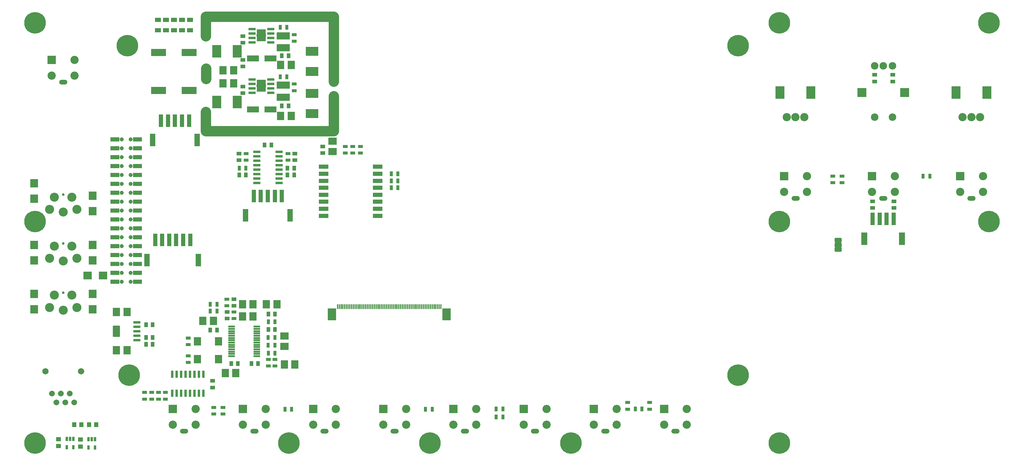
<source format=gbs>
G04*
G04 #@! TF.GenerationSoftware,Altium Limited,Altium Designer,21.7.1 (17)*
G04*
G04 Layer_Color=16711935*
%FSLAX25Y25*%
%MOIN*%
G70*
G04*
G04 #@! TF.SameCoordinates,4C4A95DF-11EF-4B83-83A5-CF7285FCABA4*
G04*
G04*
G04 #@! TF.FilePolarity,Negative*
G04*
G01*
G75*
%ADD15C,0.02953*%
%ADD16C,0.10158*%
G04:AMPARAMS|DCode=17|XSize=124.02mil|YSize=64.96mil|CornerRadius=17.72mil|HoleSize=0mil|Usage=FLASHONLY|Rotation=90.000|XOffset=0mil|YOffset=0mil|HoleType=Round|Shape=RoundedRectangle|*
%AMROUNDEDRECTD17*
21,1,0.12402,0.02953,0,0,90.0*
21,1,0.08858,0.06496,0,0,90.0*
1,1,0.03543,0.01476,0.04429*
1,1,0.03543,0.01476,-0.04429*
1,1,0.03543,-0.01476,-0.04429*
1,1,0.03543,-0.01476,0.04429*
%
%ADD17ROUNDEDRECTD17*%
%ADD18C,0.10827*%
G04:AMPARAMS|DCode=19|XSize=124.02mil|YSize=64.96mil|CornerRadius=17.72mil|HoleSize=0mil|Usage=FLASHONLY|Rotation=0.000|XOffset=0mil|YOffset=0mil|HoleType=Round|Shape=RoundedRectangle|*
%AMROUNDEDRECTD19*
21,1,0.12402,0.02953,0,0,0.0*
21,1,0.08858,0.06496,0,0,0.0*
1,1,0.03543,0.04429,-0.01476*
1,1,0.03543,-0.04429,-0.01476*
1,1,0.03543,-0.04429,0.01476*
1,1,0.03543,0.04429,0.01476*
%
%ADD19ROUNDEDRECTD19*%
%ADD20R,0.10433X0.14370*%
%ADD21C,0.09252*%
%ADD22R,0.09252X0.09252*%
%ADD23O,0.09252X0.05315*%
%ADD24C,0.07146*%
%ADD25C,0.06532*%
%ADD26C,0.04528*%
%ADD27C,0.24213*%
%ADD28C,0.08465*%
%ADD29R,0.10433X0.10433*%
%ADD53R,0.07835X0.09173*%
%ADD109C,0.11811*%
%ADD110R,0.05709X0.03347*%
%ADD111R,0.04528X0.14370*%
%ADD112R,0.06890X0.14370*%
%ADD113R,0.13189X0.06890*%
%ADD114R,0.09055X0.09252*%
G04:AMPARAMS|DCode=115|XSize=79.53mil|YSize=51.97mil|CornerRadius=10.24mil|HoleSize=0mil|Usage=FLASHONLY|Rotation=180.000|XOffset=0mil|YOffset=0mil|HoleType=Round|Shape=RoundedRectangle|*
%AMROUNDEDRECTD115*
21,1,0.07953,0.03150,0,0,180.0*
21,1,0.05906,0.05197,0,0,180.0*
1,1,0.02047,-0.02953,0.01575*
1,1,0.02047,0.02953,0.01575*
1,1,0.02047,0.02953,-0.01575*
1,1,0.02047,-0.02953,-0.01575*
%
%ADD115ROUNDEDRECTD115*%
%ADD116R,0.06496X0.13976*%
%ADD117R,0.04528X0.14370*%
%ADD118R,0.10827X0.04921*%
%ADD119R,0.13976X0.10039*%
%ADD120R,0.10039X0.13976*%
%ADD121R,0.08465X0.09252*%
%ADD122R,0.09252X0.08465*%
%ADD123R,0.06890X0.04528*%
%ADD124R,0.08465X0.02953*%
%ADD125R,0.10079X0.13583*%
%ADD126R,0.05709X0.04134*%
%ADD127R,0.03347X0.05709*%
%ADD128R,0.04134X0.05709*%
%ADD129R,0.14764X0.08465*%
%ADD130R,0.07677X0.02165*%
%ADD131R,0.10039X0.04528*%
%ADD132R,0.02953X0.04528*%
%ADD133R,0.05512X0.04528*%
%ADD134R,0.04528X0.05512*%
%ADD135R,0.16535X0.08268*%
%ADD136R,0.02953X0.08465*%
%ADD137R,0.01772X0.05315*%
G04:AMPARAMS|DCode=138|XSize=129.92mil|YSize=76.77mil|CornerRadius=5.08mil|HoleSize=0mil|Usage=FLASHONLY|Rotation=90.000|XOffset=0mil|YOffset=0mil|HoleType=Round|Shape=RoundedRectangle|*
%AMROUNDEDRECTD138*
21,1,0.12992,0.06661,0,0,90.0*
21,1,0.11976,0.07677,0,0,90.0*
1,1,0.01016,0.03331,0.05988*
1,1,0.01016,0.03331,-0.05988*
1,1,0.01016,-0.03331,-0.05988*
1,1,0.01016,-0.03331,0.05988*
%
%ADD138ROUNDEDRECTD138*%
G04:AMPARAMS|DCode=139|XSize=29.53mil|YSize=76.77mil|CornerRadius=4.96mil|HoleSize=0mil|Usage=FLASHONLY|Rotation=90.000|XOffset=0mil|YOffset=0mil|HoleType=Round|Shape=RoundedRectangle|*
%AMROUNDEDRECTD139*
21,1,0.02953,0.06685,0,0,90.0*
21,1,0.01961,0.07677,0,0,90.0*
1,1,0.00992,0.03343,0.00980*
1,1,0.00992,0.03343,-0.00980*
1,1,0.00992,-0.03343,-0.00980*
1,1,0.00992,-0.03343,0.00980*
%
%ADD139ROUNDEDRECTD139*%
%ADD140R,0.09252X0.13583*%
%ADD141R,0.09252X0.09055*%
D15*
X47244Y295276D02*
D03*
Y240158D02*
D03*
Y185039D02*
D03*
D16*
X31890Y278543D02*
D03*
X37402Y292323D02*
D03*
X57087D02*
D03*
X62598Y278543D02*
D03*
X47244Y275590D02*
D03*
X31890Y223425D02*
D03*
X37402Y237205D02*
D03*
X57087D02*
D03*
X62598Y223425D02*
D03*
X47244Y220472D02*
D03*
X31890Y168307D02*
D03*
X37402Y182087D02*
D03*
X57087D02*
D03*
X62598Y168307D02*
D03*
X47244Y165354D02*
D03*
D17*
X351008Y382839D02*
D03*
Y430903D02*
D03*
X207450D02*
D03*
X351008Y478968D02*
D03*
X207450D02*
D03*
Y382839D02*
D03*
D18*
X269791Y474094D02*
D03*
Y417574D02*
D03*
D19*
X221820Y495306D02*
D03*
X337032D02*
D03*
X221820Y366500D02*
D03*
X337032D02*
D03*
D20*
X1084291Y409882D02*
D03*
X1049646D02*
D03*
X852106D02*
D03*
X886752D02*
D03*
D21*
X1066969Y382323D02*
D03*
X1057126D02*
D03*
X1076811D02*
D03*
X879272D02*
D03*
X859587D02*
D03*
X869429D02*
D03*
X59995Y446658D02*
D03*
X59996Y428942D02*
D03*
X34404D02*
D03*
X747441Y54134D02*
D03*
X747441Y36417D02*
D03*
X721850D02*
D03*
X668645Y54134D02*
D03*
X668645Y36417D02*
D03*
X643054D02*
D03*
X589848Y54134D02*
D03*
X589849Y36417D02*
D03*
X564257D02*
D03*
X511052Y54134D02*
D03*
X511052Y36417D02*
D03*
X485461D02*
D03*
X432255Y54134D02*
D03*
X432256Y36417D02*
D03*
X406664D02*
D03*
X327868D02*
D03*
X353459D02*
D03*
X353459Y54134D02*
D03*
X249072Y36417D02*
D03*
X274663D02*
D03*
X274663Y54134D02*
D03*
X170275Y36417D02*
D03*
X195867D02*
D03*
X195866Y54134D02*
D03*
X856692Y298236D02*
D03*
X882284D02*
D03*
X882283Y315953D02*
D03*
X1079823D02*
D03*
X1079823Y298236D02*
D03*
X1054232D02*
D03*
X980905Y315953D02*
D03*
X980906Y298236D02*
D03*
X955315D02*
D03*
D22*
X34405Y446658D02*
D03*
X721850Y54134D02*
D03*
X643054D02*
D03*
X564258D02*
D03*
X485461D02*
D03*
X406665D02*
D03*
X327868D02*
D03*
X249072D02*
D03*
X170276D02*
D03*
X856693Y315953D02*
D03*
X1054232D02*
D03*
X955315D02*
D03*
D23*
X47200Y421658D02*
D03*
X734646Y29134D02*
D03*
X655849D02*
D03*
X577053D02*
D03*
X498256D02*
D03*
X419460D02*
D03*
X340664D02*
D03*
X261867D02*
D03*
X183071D02*
D03*
X869488Y290953D02*
D03*
X1067027D02*
D03*
X968110D02*
D03*
D24*
X67200Y96583D02*
D03*
X27200D02*
D03*
D25*
X34700Y71583D02*
D03*
X39700Y61583D02*
D03*
X44700Y71583D02*
D03*
X49700Y61583D02*
D03*
X54700Y71583D02*
D03*
X59700Y61583D02*
D03*
D26*
X112925Y357095D02*
D03*
X122925D02*
D03*
X112925Y347094D02*
D03*
X122925D02*
D03*
X112925Y337094D02*
D03*
X122925D02*
D03*
X112925Y327095D02*
D03*
X122925D02*
D03*
X112925Y317094D02*
D03*
X122925D02*
D03*
X112925Y307095D02*
D03*
X122925D02*
D03*
X112925Y297094D02*
D03*
X122925D02*
D03*
X112925Y287094D02*
D03*
X122925D02*
D03*
X112925Y277095D02*
D03*
X122925D02*
D03*
X112925Y267094D02*
D03*
X122925D02*
D03*
X112925Y257095D02*
D03*
X122925D02*
D03*
X112925Y247094D02*
D03*
X122925D02*
D03*
X112925Y237094D02*
D03*
X122925D02*
D03*
X112925Y227095D02*
D03*
Y217094D02*
D03*
X122925D02*
D03*
X112925Y207095D02*
D03*
X122925D02*
D03*
X112925Y197095D02*
D03*
X122925D02*
D03*
Y227095D02*
D03*
D27*
X119409Y462598D02*
D03*
X804961D02*
D03*
Y92244D02*
D03*
X121417Y92126D02*
D03*
X15800Y264900D02*
D03*
X1086600D02*
D03*
X851200Y488200D02*
D03*
Y264900D02*
D03*
X458900Y15800D02*
D03*
X300500D02*
D03*
X617300D02*
D03*
X851200D02*
D03*
X15800D02*
D03*
Y488200D02*
D03*
X1086600D02*
D03*
D28*
X958346Y439882D02*
D03*
X967953Y439872D02*
D03*
X978347Y439882D02*
D03*
X958346Y382382D02*
D03*
X978347D02*
D03*
D29*
X943937Y409882D02*
D03*
X991969D02*
D03*
D53*
X221550Y130300D02*
D03*
X197850D02*
D03*
X221550Y110300D02*
D03*
X197850D02*
D03*
D109*
X207450Y366500D02*
Y388400D01*
X207491Y425100D02*
Y436800D01*
X207450Y473300D02*
Y495306D01*
Y495306D02*
X351008Y495306D01*
Y366500D02*
Y405800D01*
X207450Y366500D02*
X351008Y366500D01*
Y436800D02*
Y495306D01*
X351049Y422100D02*
Y436800D01*
D110*
X284900Y110040D02*
D03*
Y102560D02*
D03*
X277500Y110040D02*
D03*
Y102560D02*
D03*
X187800Y126560D02*
D03*
Y134040D02*
D03*
X306791Y419540D02*
D03*
Y412060D02*
D03*
Y467560D02*
D03*
Y475040D02*
D03*
X161900Y72840D02*
D03*
Y65360D02*
D03*
X138800D02*
D03*
Y72840D02*
D03*
X154200D02*
D03*
Y65360D02*
D03*
X146500D02*
D03*
Y72840D02*
D03*
X216168Y55935D02*
D03*
Y48455D02*
D03*
X911282Y316000D02*
D03*
Y308520D02*
D03*
X680994Y61440D02*
D03*
Y53960D02*
D03*
X226700Y48560D02*
D03*
Y56040D02*
D03*
X921518Y308520D02*
D03*
Y316000D02*
D03*
X705600Y53960D02*
D03*
Y61440D02*
D03*
X239009Y163225D02*
D03*
Y155745D02*
D03*
X231135Y177694D02*
D03*
Y170213D02*
D03*
X187800Y114040D02*
D03*
Y106560D02*
D03*
X252600Y333860D02*
D03*
Y341340D02*
D03*
X299800D02*
D03*
Y333860D02*
D03*
X380900Y341860D02*
D03*
Y349340D02*
D03*
X372450D02*
D03*
Y341860D02*
D03*
X364000D02*
D03*
Y349340D02*
D03*
D111*
X979671Y267941D02*
D03*
X971797D02*
D03*
X963923D02*
D03*
X956049D02*
D03*
D112*
X946600Y245500D02*
D03*
X989120D02*
D03*
D113*
X260348Y390900D02*
D03*
X280033D02*
D03*
Y448200D02*
D03*
X260348D02*
D03*
D114*
X14800Y290539D02*
D03*
Y307861D02*
D03*
X80315Y276673D02*
D03*
Y293996D02*
D03*
X14800Y221358D02*
D03*
Y238681D02*
D03*
X80315Y221358D02*
D03*
Y238681D02*
D03*
X14764Y183465D02*
D03*
Y166142D02*
D03*
X80315Y183465D02*
D03*
Y166142D02*
D03*
D115*
X917400Y243818D02*
D03*
Y238700D02*
D03*
Y233582D02*
D03*
D116*
X141263Y221481D02*
D03*
X199137D02*
D03*
X302000Y271781D02*
D03*
X252000D02*
D03*
X197800Y356481D02*
D03*
X147800D02*
D03*
D117*
X150515Y244119D02*
D03*
X158389Y244119D02*
D03*
X166263D02*
D03*
X189885D02*
D03*
X182011D02*
D03*
X174137D02*
D03*
X292748Y293632D02*
D03*
X284874D02*
D03*
X277000D02*
D03*
X269126D02*
D03*
X261252D02*
D03*
X188548Y378331D02*
D03*
X180674D02*
D03*
X172800D02*
D03*
X164926D02*
D03*
X157052D02*
D03*
D118*
X339785Y271341D02*
D03*
Y279215D02*
D03*
Y287089D02*
D03*
Y294963D02*
D03*
Y302837D02*
D03*
Y310711D02*
D03*
Y318585D02*
D03*
Y326459D02*
D03*
X400415D02*
D03*
Y318585D02*
D03*
Y310711D02*
D03*
Y302837D02*
D03*
Y294963D02*
D03*
Y287089D02*
D03*
Y279215D02*
D03*
Y271341D02*
D03*
D119*
X326807Y408917D02*
D03*
Y386083D02*
D03*
X326791Y456317D02*
D03*
Y433483D02*
D03*
D120*
X242617Y456200D02*
D03*
X219783D02*
D03*
Y399200D02*
D03*
X242617D02*
D03*
D121*
X226769Y420400D02*
D03*
X238580D02*
D03*
Y434800D02*
D03*
X226769D02*
D03*
X291410Y383716D02*
D03*
X303222D02*
D03*
X295569Y104400D02*
D03*
X307380D02*
D03*
X248654Y171887D02*
D03*
X260465D02*
D03*
X229269Y94600D02*
D03*
X241080D02*
D03*
X248654Y158402D02*
D03*
X260465D02*
D03*
X215842Y153383D02*
D03*
X204031D02*
D03*
X275426Y171887D02*
D03*
X287237D02*
D03*
X291410Y440800D02*
D03*
X303222D02*
D03*
X118831Y163400D02*
D03*
X107020D02*
D03*
Y120100D02*
D03*
X118831D02*
D03*
D122*
X295603Y136355D02*
D03*
Y124544D02*
D03*
X349600Y343569D02*
D03*
Y355380D02*
D03*
D123*
X153600Y479795D02*
D03*
Y491606D02*
D03*
X162575D02*
D03*
Y479795D02*
D03*
X171550D02*
D03*
Y491606D02*
D03*
X180525D02*
D03*
Y479795D02*
D03*
X189500D02*
D03*
Y491606D02*
D03*
D124*
X259161Y466200D02*
D03*
Y471200D02*
D03*
Y476200D02*
D03*
Y481200D02*
D03*
X280421D02*
D03*
Y476200D02*
D03*
Y471200D02*
D03*
Y466200D02*
D03*
Y409680D02*
D03*
Y414680D02*
D03*
Y419680D02*
D03*
Y424680D02*
D03*
X259161D02*
D03*
Y419680D02*
D03*
Y414680D02*
D03*
Y409680D02*
D03*
X264613Y328095D02*
D03*
Y333096D02*
D03*
X289613D02*
D03*
Y328095D02*
D03*
X264613Y338095D02*
D03*
Y343096D02*
D03*
X289613D02*
D03*
Y338095D02*
D03*
X264613Y308095D02*
D03*
Y313096D02*
D03*
X289613D02*
D03*
Y308095D02*
D03*
X264613Y318095D02*
D03*
Y323096D02*
D03*
X289613D02*
D03*
Y318095D02*
D03*
D125*
X269791Y474094D02*
D03*
Y417574D02*
D03*
D126*
X248991Y439260D02*
D03*
Y446740D02*
D03*
Y416640D02*
D03*
Y409160D02*
D03*
Y465760D02*
D03*
Y473240D02*
D03*
X958300Y429840D02*
D03*
Y422360D02*
D03*
X978642Y422381D02*
D03*
Y429861D02*
D03*
X979900Y280260D02*
D03*
Y287740D02*
D03*
X956100D02*
D03*
Y280260D02*
D03*
X231233Y163225D02*
D03*
Y155745D02*
D03*
X238910Y177694D02*
D03*
Y170213D02*
D03*
X244500Y333860D02*
D03*
Y341340D02*
D03*
X307200D02*
D03*
Y333860D02*
D03*
X338500Y349340D02*
D03*
Y341860D02*
D03*
X215100Y85840D02*
D03*
Y78360D02*
D03*
D127*
X290851Y483100D02*
D03*
X298331D02*
D03*
Y427600D02*
D03*
X290851D02*
D03*
X461540Y54000D02*
D03*
X454060D02*
D03*
X540840Y54300D02*
D03*
X533360D02*
D03*
X689655Y54353D02*
D03*
X697135D02*
D03*
X533360Y45200D02*
D03*
X540840D02*
D03*
X296260Y54000D02*
D03*
X303740D02*
D03*
X1020258Y315935D02*
D03*
X1012778D02*
D03*
X284973Y116965D02*
D03*
X277493D02*
D03*
X219816Y171887D02*
D03*
X212335D02*
D03*
Y164209D02*
D03*
X219816D02*
D03*
X277395Y125784D02*
D03*
X284875D02*
D03*
Y134603D02*
D03*
X277395D02*
D03*
X284973Y152241D02*
D03*
X277493D02*
D03*
X252340Y324800D02*
D03*
X244860D02*
D03*
X415660Y318600D02*
D03*
X423140D02*
D03*
Y310700D02*
D03*
X415660D02*
D03*
Y302800D02*
D03*
X423140D02*
D03*
D128*
X300231Y451300D02*
D03*
X292751D02*
D03*
X300231Y395000D02*
D03*
X292751D02*
D03*
X258595Y105253D02*
D03*
X266076D02*
D03*
X243340Y105200D02*
D03*
X235860D02*
D03*
X219816Y143048D02*
D03*
X212335D02*
D03*
X284973Y161060D02*
D03*
X277493D02*
D03*
X284973Y143422D02*
D03*
X277493D02*
D03*
X299060Y324800D02*
D03*
X306540D02*
D03*
Y317300D02*
D03*
X299060D02*
D03*
X252340D02*
D03*
X244860D02*
D03*
X280840Y351000D02*
D03*
X273360D02*
D03*
X140160Y149000D02*
D03*
X147640D02*
D03*
Y134700D02*
D03*
X140160D02*
D03*
Y126800D02*
D03*
X147640D02*
D03*
D129*
X294391Y404707D02*
D03*
Y418093D02*
D03*
Y460207D02*
D03*
Y473593D02*
D03*
D130*
X236154Y113521D02*
D03*
Y116079D02*
D03*
Y118639D02*
D03*
Y121198D02*
D03*
Y123757D02*
D03*
Y126316D02*
D03*
Y128875D02*
D03*
Y131434D02*
D03*
Y133993D02*
D03*
Y136552D02*
D03*
Y139111D02*
D03*
Y141670D02*
D03*
Y144229D02*
D03*
Y146788D02*
D03*
X264501D02*
D03*
X264500Y144229D02*
D03*
Y141670D02*
D03*
Y139111D02*
D03*
Y136552D02*
D03*
Y133993D02*
D03*
Y131434D02*
D03*
Y128875D02*
D03*
Y126316D02*
D03*
Y123757D02*
D03*
Y121198D02*
D03*
Y118639D02*
D03*
Y116079D02*
D03*
Y113521D02*
D03*
D131*
X130760Y197095D02*
D03*
X105169D02*
D03*
X130760Y207095D02*
D03*
X105169D02*
D03*
X130760Y217094D02*
D03*
X105169D02*
D03*
X130760Y227095D02*
D03*
X105169D02*
D03*
X130760Y237094D02*
D03*
X105169D02*
D03*
X130760Y247094D02*
D03*
X105169D02*
D03*
X130760Y257095D02*
D03*
X105169D02*
D03*
X130760Y267094D02*
D03*
X105169D02*
D03*
X130760Y277095D02*
D03*
X105169D02*
D03*
X130760Y287094D02*
D03*
X105169D02*
D03*
X130760Y297094D02*
D03*
X105169D02*
D03*
X130760Y307095D02*
D03*
X105169D02*
D03*
X130760Y317094D02*
D03*
X105169D02*
D03*
X130760Y327095D02*
D03*
X105169D02*
D03*
X130760Y337094D02*
D03*
X105169D02*
D03*
X130760Y347094D02*
D03*
X105169D02*
D03*
X130760Y357095D02*
D03*
X105169D02*
D03*
D132*
X51260Y20724D02*
D03*
X75560Y20324D02*
D03*
X55000Y20724D02*
D03*
X58740D02*
D03*
Y11276D02*
D03*
X51260D02*
D03*
X79300Y20324D02*
D03*
X83040D02*
D03*
Y10876D02*
D03*
X75560D02*
D03*
D133*
X41927Y20303D02*
D03*
X66600Y19937D02*
D03*
X41927Y12429D02*
D03*
X66600Y12063D02*
D03*
D134*
X59763Y36700D02*
D03*
X67637D02*
D03*
X84337D02*
D03*
X76463D02*
D03*
D135*
X188626Y412400D02*
D03*
X154374D02*
D03*
X188726Y454800D02*
D03*
X154474D02*
D03*
D136*
X204500Y93130D02*
D03*
X199500D02*
D03*
X194500D02*
D03*
X189500D02*
D03*
X184500D02*
D03*
X179500D02*
D03*
X174500D02*
D03*
X169500D02*
D03*
Y71870D02*
D03*
X174500D02*
D03*
X179500D02*
D03*
X184500D02*
D03*
X189500D02*
D03*
X194500D02*
D03*
X199500D02*
D03*
X204500D02*
D03*
D137*
X412303Y169144D02*
D03*
X410335D02*
D03*
X471358D02*
D03*
X469390D02*
D03*
X467421D02*
D03*
X465453D02*
D03*
X463484D02*
D03*
X461516D02*
D03*
X459547D02*
D03*
X457579D02*
D03*
X455610D02*
D03*
X453642D02*
D03*
X451673D02*
D03*
X449705D02*
D03*
X447736D02*
D03*
X445768D02*
D03*
X443799D02*
D03*
X441831D02*
D03*
X439862D02*
D03*
X437894D02*
D03*
X435925D02*
D03*
X433957D02*
D03*
X431988D02*
D03*
X430020D02*
D03*
X428051D02*
D03*
X426083D02*
D03*
X424114D02*
D03*
X422146D02*
D03*
X420177D02*
D03*
X418209D02*
D03*
X416240D02*
D03*
X414272D02*
D03*
X408366D02*
D03*
X406398D02*
D03*
X404429D02*
D03*
X402461D02*
D03*
X400492D02*
D03*
X398524D02*
D03*
X396555D02*
D03*
X394587D02*
D03*
X392618D02*
D03*
X390650D02*
D03*
X388681D02*
D03*
X386713D02*
D03*
X384744D02*
D03*
X382776D02*
D03*
X380807D02*
D03*
X378839D02*
D03*
X376870D02*
D03*
X374902D02*
D03*
X372933D02*
D03*
X370965D02*
D03*
X368996D02*
D03*
X367028D02*
D03*
X365059D02*
D03*
X363090D02*
D03*
X361122D02*
D03*
X359154D02*
D03*
X357185D02*
D03*
X355217D02*
D03*
D138*
X106984Y141500D02*
D03*
D139*
X130016Y131500D02*
D03*
Y136500D02*
D03*
Y141500D02*
D03*
Y146500D02*
D03*
Y151500D02*
D03*
D140*
X348917Y160581D02*
D03*
X477658D02*
D03*
D141*
X74539Y204100D02*
D03*
X91861D02*
D03*
M02*

</source>
